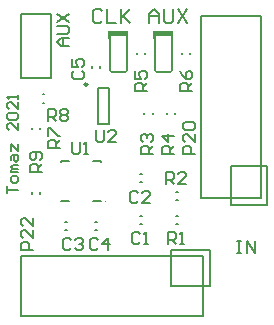
<source format=gbr>
G04 Layer_Color=65535*
%FSLAX24Y24*%
%MOIN*%
%TF.FileFunction,Legend,Top*%
%TF.Part,Single*%
G01*
G75*
%TA.AperFunction,NonConductor*%
%ADD30C,0.0080*%
%ADD31C,0.0039*%
%ADD32C,0.0098*%
%ADD33C,0.0079*%
%ADD34C,0.0060*%
%ADD35R,0.0073X0.0256*%
%ADD36R,0.0670X0.0180*%
%ADD37R,0.0065X0.0230*%
D30*
X-2040Y6619D02*
G03*
X-1955Y6704I0J85D01*
G01*
X-2545D02*
G03*
X-2460Y6619I85J0D01*
G01*
X-1955Y7796D02*
G03*
X-2040Y7881I-85J0D01*
G01*
X-2460D02*
G03*
X-2545Y7796I0J-85D01*
G01*
X-540Y6619D02*
G03*
X-455Y6704I0J85D01*
G01*
X-1045D02*
G03*
X-960Y6619I85J0D01*
G01*
X-455Y7796D02*
G03*
X-540Y7881I-85J0D01*
G01*
X-960D02*
G03*
X-1045Y7796I0J-85D01*
G01*
X-1955Y6704D02*
Y7796D01*
X-2545Y6704D02*
Y7796D01*
X-2460Y6619D02*
X-2040D01*
X-2460Y7881D02*
X-2040D01*
X-455Y6704D02*
Y7796D01*
X-1045Y6704D02*
Y7796D01*
X-960Y6619D02*
X-540D01*
X-960Y7881D02*
X-540D01*
D31*
X-2654Y2331D02*
G03*
X-2654Y2331I-20J0D01*
G01*
D32*
X-3282Y6219D02*
G03*
X-3282Y6219I-49J0D01*
G01*
D33*
X-4862Y2580D02*
Y2620D01*
X-5138Y2580D02*
Y2620D01*
X-5500Y-1500D02*
Y500D01*
X575D01*
Y-1500D02*
Y500D01*
X-5500Y-1500D02*
X575D01*
X-500Y-500D02*
Y700D01*
X800D01*
Y-500D02*
Y700D01*
X-500Y-500D02*
X800D01*
X500Y8500D02*
X2500D01*
Y2425D02*
Y8500D01*
X500Y2425D02*
X2500D01*
X500D02*
Y8500D01*
X1500Y3500D02*
X2700D01*
Y2200D02*
Y3500D01*
X1500Y2200D02*
X2700D01*
X1500D02*
Y3500D01*
X-4510Y6425D02*
Y8575D01*
X-5490Y6425D02*
Y8575D01*
X-4510D01*
X-5490Y6425D02*
X-4510D01*
X-3020Y1362D02*
X-2980D01*
X-3020Y1638D02*
X-2980D01*
X-4020Y1638D02*
X-3980D01*
X-4020Y1362D02*
X-3980D01*
X-1520Y1838D02*
X-1480D01*
X-1520Y1562D02*
X-1480D01*
X-320Y1838D02*
X-280D01*
X-320Y1562D02*
X-280D01*
X-1520Y3238D02*
X-1480D01*
X-1520Y2962D02*
X-1480D01*
X-320Y2638D02*
X-280D01*
X-320Y2362D02*
X-280D01*
X-2831Y2331D02*
Y2350D01*
Y3650D02*
Y3669D01*
X-4169Y2331D02*
Y2350D01*
Y3650D02*
Y3669D01*
X-3089Y2331D02*
X-2831D01*
X-4169D02*
X-3911D01*
X-3089Y3669D02*
X-2831D01*
X-4169D02*
X-3911D01*
X-638Y5230D02*
Y5270D01*
X-362Y5230D02*
Y5270D01*
X-1388Y5230D02*
Y5270D01*
X-1112Y5230D02*
Y5270D01*
X-138Y7230D02*
Y7270D01*
X138Y7230D02*
Y7270D01*
X-1638Y7230D02*
Y7270D01*
X-1362Y7230D02*
Y7270D01*
X-2862Y6780D02*
Y6820D01*
X-3138Y6780D02*
Y6820D01*
X-2553Y4890D02*
Y6110D01*
X-2947Y4890D02*
Y6110D01*
Y4890D02*
X-2553D01*
X-2947Y6110D02*
X-2553D01*
X-4862Y4730D02*
Y4770D01*
X-5138Y4730D02*
Y4770D01*
X-4770Y5888D02*
X-4730D01*
X-4770Y5612D02*
X-4730D01*
X-1220Y8268D02*
Y8583D01*
X-1063Y8740D01*
X-906Y8583D01*
Y8268D01*
Y8504D01*
X-1220D01*
X-748Y8740D02*
Y8346D01*
X-669Y8268D01*
X-512D01*
X-433Y8346D01*
Y8740D01*
X-276D02*
X39Y8268D01*
Y8740D02*
X-276Y8268D01*
X-2795Y8661D02*
X-2874Y8740D01*
X-3032D01*
X-3110Y8661D01*
Y8346D01*
X-3032Y8268D01*
X-2874D01*
X-2795Y8346D01*
X-2638Y8740D02*
Y8268D01*
X-2323D01*
X-2166Y8740D02*
Y8268D01*
Y8425D01*
X-1851Y8740D01*
X-2087Y8504D01*
X-1851Y8268D01*
D34*
X-4800Y3300D02*
X-5200D01*
Y3500D01*
X-5133Y3567D01*
X-5000D01*
X-4933Y3500D01*
Y3300D01*
Y3433D02*
X-4800Y3567D01*
X-4867Y3700D02*
X-4800Y3767D01*
Y3900D01*
X-4867Y3966D01*
X-5133D01*
X-5200Y3900D01*
Y3767D01*
X-5133Y3700D01*
X-5067D01*
X-5000Y3767D01*
Y3966D01*
X-1533Y1233D02*
X-1600Y1300D01*
X-1733D01*
X-1800Y1233D01*
Y967D01*
X-1733Y900D01*
X-1600D01*
X-1533Y967D01*
X-1400Y900D02*
X-1267D01*
X-1333D01*
Y1300D01*
X-1400Y1233D01*
X-1599Y2610D02*
X-1665Y2677D01*
X-1799D01*
X-1865Y2610D01*
Y2344D01*
X-1799Y2277D01*
X-1665D01*
X-1599Y2344D01*
X-1199Y2277D02*
X-1465D01*
X-1199Y2544D01*
Y2610D01*
X-1265Y2677D01*
X-1399D01*
X-1465Y2610D01*
X-3833Y1033D02*
X-3900Y1100D01*
X-4033D01*
X-4100Y1033D01*
Y767D01*
X-4033Y700D01*
X-3900D01*
X-3833Y767D01*
X-3700Y1033D02*
X-3633Y1100D01*
X-3500D01*
X-3434Y1033D01*
Y967D01*
X-3500Y900D01*
X-3567D01*
X-3500D01*
X-3434Y833D01*
Y767D01*
X-3500Y700D01*
X-3633D01*
X-3700Y767D01*
X-2933Y1033D02*
X-3000Y1100D01*
X-3133D01*
X-3200Y1033D01*
Y767D01*
X-3133Y700D01*
X-3000D01*
X-2933Y767D01*
X-2600Y700D02*
Y1100D01*
X-2800Y900D01*
X-2534D01*
X300Y3900D02*
X-100D01*
Y4100D01*
X-33Y4167D01*
X100D01*
X167Y4100D01*
Y3900D01*
X300Y4566D02*
Y4300D01*
X33Y4566D01*
X-33D01*
X-100Y4500D01*
Y4367D01*
X-33Y4300D01*
Y4700D02*
X-100Y4766D01*
Y4900D01*
X-33Y4966D01*
X233D01*
X300Y4900D01*
Y4766D01*
X233Y4700D01*
X-33D01*
X-5100Y700D02*
X-5500D01*
Y900D01*
X-5433Y967D01*
X-5300D01*
X-5233Y900D01*
Y700D01*
X-5100Y1366D02*
Y1100D01*
X-5367Y1366D01*
X-5433D01*
X-5500Y1300D01*
Y1167D01*
X-5433Y1100D01*
X-5100Y1766D02*
Y1500D01*
X-5367Y1766D01*
X-5433D01*
X-5500Y1700D01*
Y1566D01*
X-5433Y1500D01*
X-600Y900D02*
Y1300D01*
X-400D01*
X-333Y1233D01*
Y1100D01*
X-400Y1033D01*
X-600D01*
X-467D02*
X-333Y900D01*
X-200D02*
X-67D01*
X-133D01*
Y1300D01*
X-200Y1233D01*
X-650Y2900D02*
Y3300D01*
X-450D01*
X-383Y3233D01*
Y3100D01*
X-450Y3033D01*
X-650D01*
X-517D02*
X-383Y2900D01*
X16D02*
X-250D01*
X16Y3167D01*
Y3233D01*
X-50Y3300D01*
X-183D01*
X-250Y3233D01*
X-1100Y3900D02*
X-1500D01*
Y4100D01*
X-1433Y4167D01*
X-1300D01*
X-1233Y4100D01*
Y3900D01*
Y4033D02*
X-1100Y4167D01*
X-1433Y4300D02*
X-1500Y4367D01*
Y4500D01*
X-1433Y4566D01*
X-1367D01*
X-1300Y4500D01*
Y4433D01*
Y4500D01*
X-1233Y4566D01*
X-1167D01*
X-1100Y4500D01*
Y4367D01*
X-1167Y4300D01*
X-400Y3900D02*
X-800D01*
Y4100D01*
X-733Y4167D01*
X-600D01*
X-533Y4100D01*
Y3900D01*
Y4033D02*
X-400Y4167D01*
Y4500D02*
X-800D01*
X-600Y4300D01*
Y4566D01*
X-1300Y6000D02*
X-1700D01*
Y6200D01*
X-1633Y6267D01*
X-1500D01*
X-1433Y6200D01*
Y6000D01*
Y6133D02*
X-1300Y6267D01*
X-1700Y6666D02*
Y6400D01*
X-1500D01*
X-1567Y6533D01*
Y6600D01*
X-1500Y6666D01*
X-1367D01*
X-1300Y6600D01*
Y6467D01*
X-1367Y6400D01*
X200Y6000D02*
X-200D01*
Y6200D01*
X-133Y6267D01*
X0D01*
X67Y6200D01*
Y6000D01*
Y6133D02*
X200Y6267D01*
X-200Y6666D02*
X-133Y6533D01*
X0Y6400D01*
X133D01*
X200Y6467D01*
Y6600D01*
X133Y6666D01*
X67D01*
X0Y6600D01*
Y6400D01*
X-3800Y4300D02*
Y3967D01*
X-3733Y3900D01*
X-3600D01*
X-3533Y3967D01*
Y4300D01*
X-3400Y3900D02*
X-3267D01*
X-3333D01*
Y4300D01*
X-3400Y4233D01*
X-3733Y6667D02*
X-3800Y6600D01*
Y6467D01*
X-3733Y6400D01*
X-3467D01*
X-3400Y6467D01*
Y6600D01*
X-3467Y6667D01*
X-3800Y7066D02*
Y6800D01*
X-3600D01*
X-3667Y6933D01*
Y7000D01*
X-3600Y7066D01*
X-3467D01*
X-3400Y7000D01*
Y6867D01*
X-3467Y6800D01*
X-3000Y4700D02*
Y4367D01*
X-2933Y4300D01*
X-2800D01*
X-2733Y4367D01*
Y4700D01*
X-2334Y4300D02*
X-2600D01*
X-2334Y4567D01*
Y4633D01*
X-2400Y4700D01*
X-2533D01*
X-2600Y4633D01*
X-4200Y4100D02*
X-4600D01*
Y4300D01*
X-4533Y4367D01*
X-4400D01*
X-4333Y4300D01*
Y4100D01*
Y4233D02*
X-4200Y4367D01*
X-4600Y4500D02*
Y4766D01*
X-4533D01*
X-4267Y4500D01*
X-4200D01*
X-4600Y5000D02*
Y5400D01*
X-4400D01*
X-4333Y5333D01*
Y5200D01*
X-4400Y5133D01*
X-4600D01*
X-4467D02*
X-4333Y5000D01*
X-4200Y5333D02*
X-4133Y5400D01*
X-4000D01*
X-3934Y5333D01*
Y5267D01*
X-4000Y5200D01*
X-3934Y5133D01*
Y5067D01*
X-4000Y5000D01*
X-4133D01*
X-4200Y5067D01*
Y5133D01*
X-4133Y5200D01*
X-4200Y5267D01*
Y5333D01*
X-4133Y5200D02*
X-4000D01*
X1700Y1000D02*
X1833D01*
X1767D01*
Y600D01*
X1700D01*
X1833D01*
X2033D02*
Y1000D01*
X2300Y600D01*
Y1000D01*
X-3900Y7500D02*
X-4167D01*
X-4300Y7633D01*
X-4167Y7767D01*
X-3900D01*
X-4100D01*
Y7500D01*
X-4300Y7900D02*
X-3967D01*
X-3900Y7967D01*
Y8100D01*
X-3967Y8166D01*
X-4300D01*
Y8300D02*
X-3900Y8566D01*
X-4300D02*
X-3900Y8300D01*
X-5950Y2600D02*
Y2833D01*
Y2717D01*
X-5600D01*
Y3008D02*
Y3125D01*
X-5658Y3183D01*
X-5775D01*
X-5833Y3125D01*
Y3008D01*
X-5775Y2950D01*
X-5658D01*
X-5600Y3008D01*
Y3300D02*
X-5833D01*
Y3358D01*
X-5775Y3416D01*
X-5600D01*
X-5775D01*
X-5833Y3475D01*
X-5775Y3533D01*
X-5600D01*
X-5833Y3708D02*
Y3825D01*
X-5775Y3883D01*
X-5600D01*
Y3708D01*
X-5658Y3650D01*
X-5717Y3708D01*
Y3883D01*
X-5833Y4000D02*
Y4233D01*
X-5600Y4000D01*
Y4233D01*
Y4933D02*
Y4699D01*
X-5833Y4933D01*
X-5892D01*
X-5950Y4874D01*
Y4758D01*
X-5892Y4699D01*
Y5049D02*
X-5950Y5108D01*
Y5224D01*
X-5892Y5282D01*
X-5658D01*
X-5600Y5224D01*
Y5108D01*
X-5658Y5049D01*
X-5892D01*
X-5600Y5632D02*
Y5399D01*
X-5833Y5632D01*
X-5892D01*
X-5950Y5574D01*
Y5457D01*
X-5892Y5399D01*
X-5600Y5749D02*
Y5866D01*
Y5807D01*
X-5950D01*
X-5892Y5749D01*
D35*
X-1952Y7824D02*
D03*
X-452D02*
D03*
D36*
X-2250Y7937D02*
D03*
X-750D02*
D03*
D37*
X-2553Y7837D02*
D03*
X-1053D02*
D03*
%TF.MD5,2797c33495c4db66bfec1bd373f698ab*%
M02*

</source>
